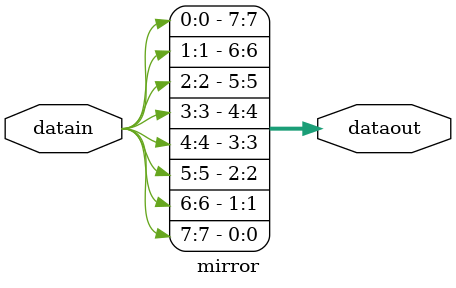
<source format=v>
module mirror (input [7:0] datain ,output [7:0] dataout);
assign dataout[7]=datain[0];
assign dataout[6]=datain[1];
assign dataout[5]=datain[2];
assign dataout[4]=datain[3];
assign dataout[3]=datain[4];
assign dataout[2]=datain[5];
assign dataout[1]=datain[6];
assign dataout[0]=datain[7];
endmodule

</source>
